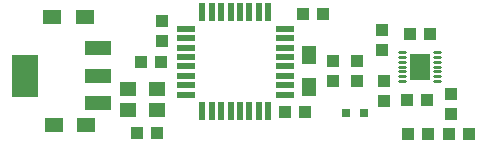
<source format=gbr>
G04 EAGLE Gerber RS-274X export*
G75*
%MOMM*%
%FSLAX34Y34*%
%LPD*%
%INSolderpaste Top*%
%IPPOS*%
%AMOC8*
5,1,8,0,0,1.08239X$1,22.5*%
G01*
%ADD10R,1.100000X1.000000*%
%ADD11R,1.000000X1.100000*%
%ADD12R,0.800000X0.800000*%
%ADD13R,1.599800X0.547100*%
%ADD14R,0.547100X1.599800*%
%ADD15R,1.361800X1.261800*%
%ADD16R,1.211800X1.561800*%
%ADD17R,2.235200X1.219200*%
%ADD18R,2.200000X3.600000*%
%ADD19R,1.561800X1.211800*%
%ADD20C,0.231800*%
%ADD21R,1.700000X2.300000*%


D10*
X165490Y90170D03*
X182490Y90170D03*
X178680Y30480D03*
X161680Y30480D03*
X319650Y130810D03*
X302650Y130810D03*
D11*
X347980Y91050D03*
X347980Y74050D03*
X327660Y91050D03*
X327660Y74050D03*
D12*
X354210Y46990D03*
X339210Y46990D03*
D10*
X182880Y125340D03*
X182880Y108340D03*
D11*
X304410Y48260D03*
X287410Y48260D03*
D13*
X203394Y118461D03*
X203394Y110461D03*
X203394Y102461D03*
X203394Y94461D03*
X203394Y86461D03*
X203394Y78461D03*
X203394Y70461D03*
X203394Y62461D03*
D14*
X217207Y48648D03*
X225207Y48648D03*
X233207Y48648D03*
X241207Y48648D03*
X249207Y48648D03*
X257207Y48648D03*
X265207Y48648D03*
X273207Y48648D03*
D13*
X287020Y62461D03*
X287020Y70461D03*
X287020Y78461D03*
X287020Y86461D03*
X287020Y94461D03*
X287020Y102461D03*
X287020Y110461D03*
X287020Y118461D03*
D14*
X273207Y132274D03*
X265207Y132274D03*
X257207Y132274D03*
X249207Y132274D03*
X241207Y132274D03*
X233207Y132274D03*
X225207Y132274D03*
X217207Y132274D03*
D15*
X154120Y49170D03*
X178620Y49170D03*
X178620Y67670D03*
X154120Y67670D03*
D16*
X307340Y68800D03*
X307340Y96300D03*
D17*
X128778Y55626D03*
X128778Y78740D03*
X128778Y101854D03*
D18*
X66800Y78740D03*
D19*
X117890Y128270D03*
X90390Y128270D03*
X119160Y36830D03*
X91660Y36830D03*
D20*
X413525Y74360D02*
X418807Y74360D01*
X418807Y78360D02*
X413525Y78360D01*
X413525Y82360D02*
X418807Y82360D01*
X418807Y86360D02*
X413525Y86360D01*
X413525Y90360D02*
X418807Y90360D01*
X418807Y94360D02*
X413525Y94360D01*
X413525Y98360D02*
X418807Y98360D01*
X389115Y98360D02*
X383833Y98360D01*
X383833Y94360D02*
X389115Y94360D01*
X389115Y90360D02*
X383833Y90360D01*
X383833Y86360D02*
X389115Y86360D01*
X389115Y82360D02*
X383833Y82360D01*
X383833Y78360D02*
X389115Y78360D01*
X389115Y74360D02*
X383833Y74360D01*
D21*
X401320Y86360D03*
D11*
X427990Y46110D03*
X427990Y63110D03*
D10*
X442840Y29210D03*
X425840Y29210D03*
X392820Y114300D03*
X409820Y114300D03*
X369570Y117720D03*
X369570Y100720D03*
D11*
X390280Y58420D03*
X407280Y58420D03*
X408550Y29210D03*
X391550Y29210D03*
X370840Y57540D03*
X370840Y74540D03*
M02*

</source>
